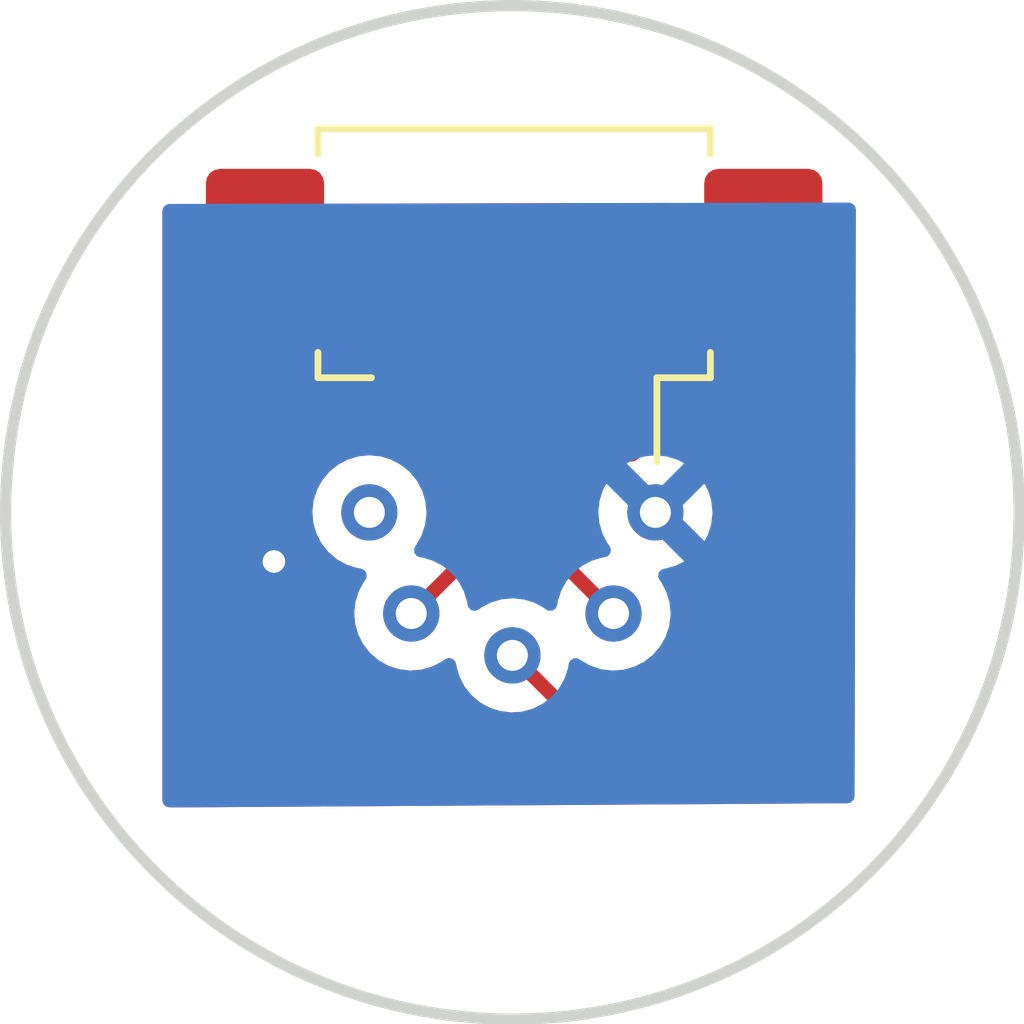
<source format=kicad_pcb>
(kicad_pcb (version 20211014) (generator pcbnew)
  (layers (0 "F.Cu" signal) (31 "B.Cu" signal) (34 "B.Paste" user) (35 "F.Paste" user) (36 "B.SilkS" user "B.Silkscreen") (37 "F.SilkS" user "F.Silkscreen") (38 "B.Mask" user) (39 "F.Mask" user) (44 "Edge.Cuts" user))
  (net 0 "")
  (net 1 "/SCL")
  (net 2 "/V+")
  (net 3 "/SDA")
  (net 5 "GND")
  (footprint "Connector_Molex:Molex_PicoBlade_53261-0471_1x04-1MP_P1.25mm_Horizontal" (layer "F.Cu") (at 75.0316 40.8988 180)
    (fp_text reference "J1" hide)
    (fp_text value "Conn_01x04" hide)
    (fp_line (start -3.485 -1.71) (end -2.535 -1.71) (layer "F.SilkS") (width 0.12))
    (fp_line (start 3.485 2.71) (end 3.485 2.26) (layer "F.SilkS") (width 0.12))
    (fp_line (start -3.485 -1.26) (end -3.485 -1.71) (layer "F.SilkS") (width 0.12))
    (fp_line (start -2.535 -1.71) (end -2.535 -3.2) (layer "F.SilkS") (width 0.12))
    (fp_line (start -3.485 2.71) (end 3.485 2.71) (layer "F.SilkS") (width 0.12))
    (fp_line (start 3.485 -1.26) (end 3.485 -1.71) (layer "F.SilkS") (width 0.12))
    (fp_line (start 3.485 -1.71) (end 2.535 -1.71) (layer "F.SilkS") (width 0.12))
    (fp_line (start -3.485 2.26) (end -3.485 2.71) (layer "F.SilkS") (width 0.12))
    (pad "1" smd roundrect (at -1.875 -2.4 180) (size 0.8 1.6) (layers "F.Cu" "F.Paste" "F.Mask") (net 2 "/V+"))
    (pad "2" smd roundrect (at -0.625 -2.4 180) (size 0.8 1.6) (layers "F.Cu" "F.Paste" "F.Mask") (net 1 "/SCL"))
    (pad "3" smd roundrect (at 0.625 -2.4 180) (size 0.8 1.6) (layers "F.Cu" "F.Paste" "F.Mask") (net 3 "/SDA"))
    (pad "4" smd roundrect (at 1.875 -2.4 180) (size 0.8 1.6) (layers "F.Cu" "F.Paste" "F.Mask") (net 5 "GND"))
    (pad "MP" smd roundrect (at -4.425 0.5 180) (size 2.1 3) (layers "F.Cu" "F.Paste" "F.Mask") (roundrect_rratio 0.119048))
    (pad "MP" smd roundrect (at 4.425 0.5 180) (size 2.1 3) (layers "F.Cu" "F.Paste" "F.Mask") (roundrect_rratio 0.119048))
  )
  (footprint "Library:KellerConnector" (layer "F.Cu") (at 75 45)
    (fp_text reference "J2" hide)
    (fp_text value "Conn_01x05" hide)
    (pad "1" thru_hole circle (at -2.54 0) (size 1 1) (drill 0.55) (layers *.Cu *.Mask))
    (pad "2" thru_hole circle (at -1.796 1.796) (size 1 1) (drill 0.55) (layers *.Cu *.Mask) (net 3 "/SDA"))
    (pad "3" thru_hole circle (at 0 2.54) (size 1 1) (drill 0.55) (layers *.Cu *.Mask) (net 2 "/V+"))
    (pad "4" thru_hole circle (at 1.796 1.796) (size 1 1) (drill 0.55) (layers *.Cu *.Mask) (net 1 "/SCL"))
    (pad "5" thru_hole circle (at 2.54 0) (size 1 1) (drill 0.55) (layers *.Cu *.Mask) (net 5 "GND"))
  )
  (gr_circle (center 75 45) (end 84 45) (layer "Edge.Cuts") (width 0.2) (fill none))
  (segment (start 75.6566 43.2988) (end 75.6566 45.6592) (width 0.25) (layer "F.Cu") (net 1))
  (segment (start 75.6592 45.6592) (end 76.796 46.796) (width 0.25) (layer "F.Cu") (net 1))
  (segment (start 75.6566 45.6592) (end 75.6592 45.6592) (width 0.25) (layer "F.Cu") (net 1))
  (segment (start 78.173 43.2988) (end 76.9066 43.2988) (width 0.25) (layer "F.Cu") (net 2))
  (segment (start 78.9432 47.117) (end 78.9432 44.069) (width 0.25) (layer "F.Cu") (net 2))
  (segment (start 75 47.54) (end 76.0248 48.5648) (width 0.25) (layer "F.Cu") (net 2))
  (segment (start 77.4954 48.5648) (end 78.9432 47.117) (width 0.25) (layer "F.Cu") (net 2))
  (segment (start 76.0248 48.5648) (end 77.4954 48.5648) (width 0.25) (layer "F.Cu") (net 2))
  (segment (start 78.9432 44.069) (end 78.173 43.2988) (width 0.25) (layer "F.Cu") (net 2))
  (segment (start 74.4066 45.5934) (end 74.4066 43.2988) (width 0.25) (layer "F.Cu") (net 3))
  (segment (start 73.204 46.796) (end 74.4066 45.5934) (width 0.25) (layer "F.Cu") (net 3))
  (via (at 70.7644 45.8724) (size 0.8) (drill 0.4) (layers "F.Cu" "B.Cu") (net 5))
  (zone (net 5) (net_name "GND") (layers F&B.Cu) (connect_pads (clearance 0.508)) (min_thickness 0.254) (fill yes (thermal_gap 0.508) (thermal_bridge_width 0.508))
    (polygon (pts (xy 81.0768 50.165) (xy 68.7832 50.2412) (xy 68.7832 39.5224) (xy 81.1022 39.497)))
  )
)
</source>
